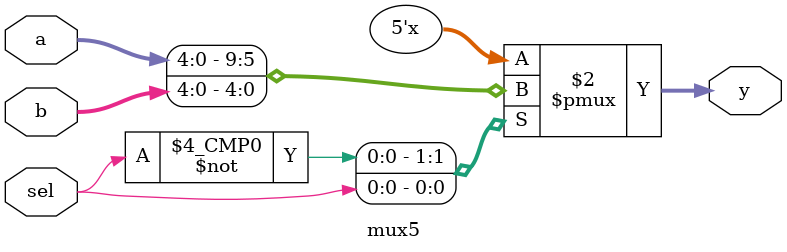
<source format=sv>
`timescale 1ns / 1ps
module mux5 (
  input sel,
  input  [4:0] a,
  input  [4:0] b, 
  output logic [4:0] y
);
  
always @(*)
  begin
    case(sel)
      1'b0 : y = a;
      1'b1 : y = b;
      default : y = 0;
    endcase
  end   
endmodule
</source>
